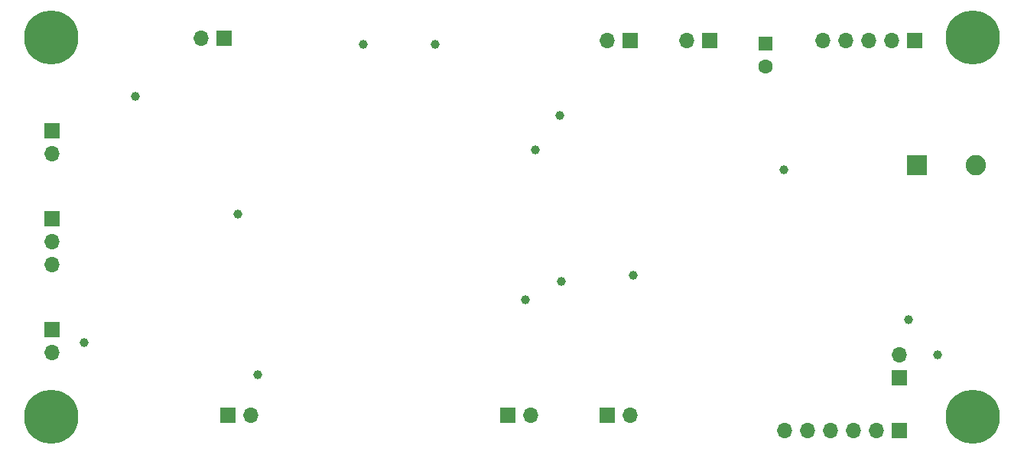
<source format=gbs>
G04 #@! TF.GenerationSoftware,KiCad,Pcbnew,8.0.8*
G04 #@! TF.CreationDate,2025-01-31T08:36:52-06:00*
G04 #@! TF.ProjectId,delay_pedal,64656c61-795f-4706-9564-616c2e6b6963,rev?*
G04 #@! TF.SameCoordinates,Original*
G04 #@! TF.FileFunction,Soldermask,Bot*
G04 #@! TF.FilePolarity,Negative*
%FSLAX46Y46*%
G04 Gerber Fmt 4.6, Leading zero omitted, Abs format (unit mm)*
G04 Created by KiCad (PCBNEW 8.0.8) date 2025-01-31 08:36:52*
%MOMM*%
%LPD*%
G01*
G04 APERTURE LIST*
%ADD10C,1.000000*%
%ADD11C,6.000000*%
%ADD12R,1.700000X1.700000*%
%ADD13O,1.700000X1.700000*%
%ADD14R,2.250000X2.250000*%
%ADD15C,2.250000*%
%ADD16R,1.600000X1.600000*%
%ADD17C,1.600000*%
G04 APERTURE END LIST*
D10*
X119564214Y-98439214D03*
D11*
X98914214Y-78914214D03*
D10*
X155200000Y-87500000D03*
X155400000Y-105900000D03*
D12*
X99000000Y-89210000D03*
D13*
X99000000Y-91750000D03*
D10*
X197000000Y-114000000D03*
D12*
X171750000Y-79250000D03*
D13*
X169210000Y-79250000D03*
D12*
X192800000Y-122400000D03*
D13*
X190260000Y-122400000D03*
X187720000Y-122400000D03*
X185180000Y-122400000D03*
X182640000Y-122400000D03*
X180100000Y-122400000D03*
D14*
X194750000Y-93000000D03*
D15*
X201250000Y-93000000D03*
D10*
X108164214Y-85414214D03*
X133414214Y-79664214D03*
D12*
X99000000Y-111230000D03*
D13*
X99000000Y-113770000D03*
D10*
X141414214Y-79664214D03*
D12*
X118000000Y-79000000D03*
D13*
X115460000Y-79000000D03*
D11*
X200914214Y-120914214D03*
D12*
X99000000Y-98920000D03*
D13*
X99000000Y-101460000D03*
X99000000Y-104000000D03*
D12*
X192800000Y-116575000D03*
D13*
X192800000Y-114035000D03*
D16*
X178000000Y-79567621D03*
D17*
X178000000Y-82067621D03*
D10*
X152500000Y-91300000D03*
D11*
X98914214Y-120914214D03*
D12*
X194500000Y-79250000D03*
D13*
X191960000Y-79250000D03*
X189420000Y-79250000D03*
X186880000Y-79250000D03*
X184340000Y-79250000D03*
D12*
X118460000Y-120750000D03*
D13*
X121000000Y-120750000D03*
D10*
X180000000Y-93500000D03*
X193800000Y-110100000D03*
X151400000Y-107900000D03*
D12*
X160460000Y-120700000D03*
D13*
X163000000Y-120700000D03*
D10*
X163300000Y-105200000D03*
D11*
X200914214Y-78914214D03*
D10*
X121750000Y-116250000D03*
D12*
X149460000Y-120710000D03*
D13*
X152000000Y-120710000D03*
D12*
X163000000Y-79250000D03*
D13*
X160460000Y-79250000D03*
D10*
X102500000Y-112700000D03*
M02*

</source>
